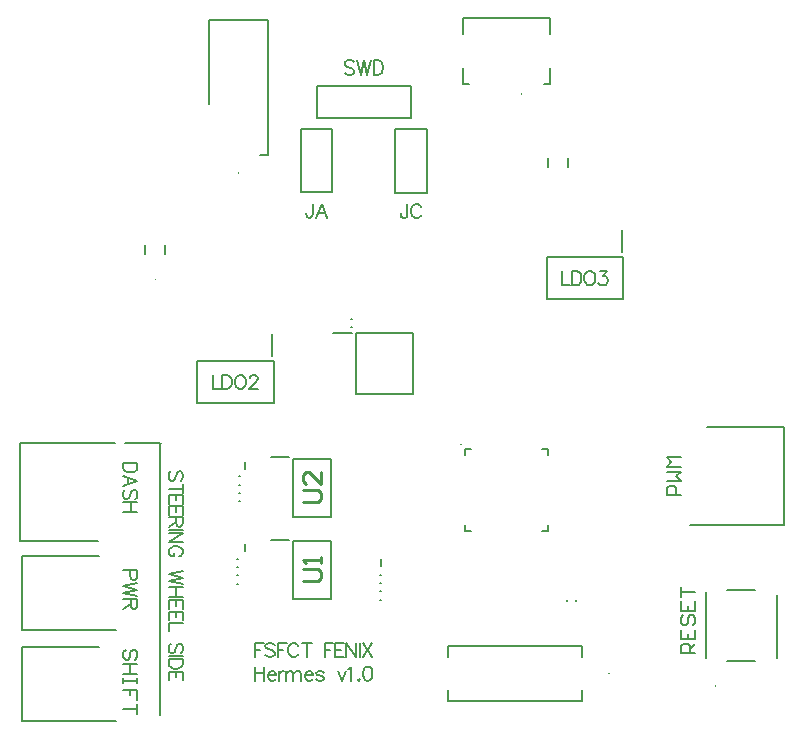
<source format=gbr>
G04*
G04 #@! TF.GenerationSoftware,Altium Limited,Altium Designer,23.8.1 (32)*
G04*
G04 Layer_Color=65535*
%FSLAX44Y44*%
%MOMM*%
G71*
G04*
G04 #@! TF.SameCoordinates,B1DDD4D6-6927-4A11-B6FF-346F9E1F7E25*
G04*
G04*
G04 #@! TF.FilePolarity,Positive*
G04*
G01*
G75*
%ADD10C,0.1000*%
%ADD11C,0.2000*%
%ADD12C,0.0500*%
%ADD13C,0.2540*%
D10*
X426100Y586180D02*
G03*
X426100Y585180I0J-500D01*
G01*
D02*
G03*
X426100Y586180I0J500D01*
G01*
X374350Y288760D02*
G03*
X375350Y288760I500J0D01*
G01*
D02*
G03*
X374350Y288760I-500J0D01*
G01*
X590140Y84890D02*
G03*
X590140Y83890I0J-500D01*
G01*
D02*
G03*
X590140Y84890I0J500D01*
G01*
X186450Y518220D02*
G03*
X186450Y519220I0J500D01*
G01*
D02*
G03*
X186450Y518220I0J-500D01*
G01*
X499560Y95110D02*
G03*
X500560Y95110I500J0D01*
G01*
D02*
G03*
X499560Y95110I-500J0D01*
G01*
X116080Y429320D02*
G03*
X116080Y428320I0J-500D01*
G01*
D02*
G03*
X116080Y429320I0J500D01*
G01*
X456820Y502800D02*
G03*
X456820Y501800I0J-500D01*
G01*
D02*
G03*
X456820Y502800I0J500D01*
G01*
D11*
X3080Y117790D02*
X68580D01*
X3080Y54790D02*
Y117790D01*
Y54790D02*
X83080D01*
X3080Y131940D02*
X83080D01*
X3080D02*
Y194940D01*
X68580D01*
X450350Y636180D02*
Y649930D01*
X376350D02*
X450350D01*
X376350Y636180D02*
Y649930D01*
X450350Y594430D02*
Y608180D01*
X445350Y594430D02*
X450350D01*
X376350D02*
X381350D01*
X376350D02*
Y608180D01*
X120000Y60000D02*
Y290000D01*
X90000D02*
X120000D01*
X378350Y215510D02*
X383350D01*
X378350D02*
Y220510D01*
X448350Y215510D02*
Y220510D01*
X443350Y215510D02*
X448350D01*
Y280510D02*
Y285510D01*
X443350D02*
X448350D01*
X378350Y280510D02*
Y285510D01*
X383350D01*
X213880Y208530D02*
X229150D01*
X232650Y158210D02*
Y207250D01*
Y158210D02*
X264610D01*
Y207250D01*
X232650D02*
X264610D01*
X213880Y278240D02*
X229150D01*
X232650Y227920D02*
Y276960D01*
Y227920D02*
X264610D01*
Y276960D01*
X232650D02*
X264610D01*
X266010Y502420D02*
Y556220D01*
X239110Y502420D02*
X266010D01*
X239110D02*
Y556220D01*
X266010D01*
X568430Y220670D02*
X648430D01*
Y303670D01*
X582930D02*
X648430D01*
X600140Y165890D02*
X624140D01*
X642140Y107890D02*
Y161890D01*
X600140Y105890D02*
X624140D01*
X582140Y107890D02*
Y163890D01*
X191760Y198780D02*
Y204780D01*
X204450Y534220D02*
X211450D01*
Y648220D01*
X161450D02*
X211450D01*
X161450Y577220D02*
Y648220D01*
X281850Y395410D02*
X282850D01*
X281850Y388410D02*
X282850D01*
X184990Y178210D02*
X185990D01*
X184990Y171210D02*
X185990D01*
X306550Y178780D02*
X307550D01*
X306550Y171780D02*
X307550D01*
X186600Y248060D02*
X187600D01*
X186600Y241060D02*
X187600D01*
X184990Y192210D02*
X185990D01*
X184990Y185210D02*
X185990D01*
X306550Y164780D02*
X307550D01*
X306550Y157780D02*
X307550D01*
X186600Y262060D02*
X187600D01*
X186600Y255060D02*
X187600D01*
X252960Y565870D02*
X332160D01*
X252960D02*
Y592770D01*
X332160D01*
Y565870D02*
Y592770D01*
X319050Y502170D02*
X345950D01*
Y555970D01*
X319050D02*
X345950D01*
X319050Y502170D02*
Y555970D01*
X286340Y383770D02*
X334340D01*
Y331470D02*
Y383770D01*
X286340Y331470D02*
X334340D01*
X286340D02*
Y383770D01*
X266840Y383420D02*
X282840D01*
X1810Y207190D02*
X67310D01*
X1810D02*
Y290190D01*
X81810D01*
X307050Y186080D02*
Y192080D01*
X191760Y268490D02*
Y274490D01*
X477560Y109110D02*
Y118610D01*
X363560D02*
X477560D01*
X363560Y109110D02*
Y118610D01*
Y71610D02*
Y81110D01*
Y71610D02*
X477560D01*
Y81110D01*
X465060Y156460D02*
Y157460D01*
X472060Y156460D02*
Y157460D01*
X510820Y451760D02*
Y470260D01*
X447320Y447510D02*
X512320D01*
X447320Y412510D02*
Y447510D01*
Y412510D02*
X512320D01*
Y447510D01*
X215080Y363770D02*
Y382270D01*
X151580Y359520D02*
X216580D01*
X151580Y324520D02*
Y359520D01*
Y324520D02*
X216580D01*
Y359520D01*
X124580Y450320D02*
Y458320D01*
X107580Y450320D02*
Y458320D01*
X465320Y523800D02*
Y531800D01*
X448320Y523800D02*
Y531800D01*
X137635Y258354D02*
X138777Y259497D01*
X139349Y261211D01*
Y263496D01*
X138777Y265210D01*
X137635Y266352D01*
X136492D01*
X135350Y265781D01*
X134778Y265210D01*
X134207Y264067D01*
X133064Y260639D01*
X132493Y259497D01*
X131922Y258925D01*
X130779Y258354D01*
X129065D01*
X127923Y259497D01*
X127351Y261211D01*
Y263496D01*
X127923Y265210D01*
X129065Y266352D01*
X139349Y251670D02*
X127351D01*
X139349Y255669D02*
Y247671D01*
Y238815D02*
Y246242D01*
X127351D01*
Y238815D01*
X133636Y246242D02*
Y241672D01*
X139349Y229389D02*
Y236816D01*
X127351D01*
Y229389D01*
X133636Y236816D02*
Y232245D01*
X139349Y227389D02*
X127351D01*
X139349D02*
Y222248D01*
X138777Y220534D01*
X138206Y219962D01*
X137064Y219391D01*
X135921D01*
X134778Y219962D01*
X134207Y220534D01*
X133636Y222248D01*
Y227389D01*
Y223390D02*
X127351Y219391D01*
X139349Y216706D02*
X127351D01*
X139349Y214192D02*
X127351D01*
X139349D02*
X127351Y206194D01*
X139349D02*
X127351D01*
X136492Y194311D02*
X137635Y194882D01*
X138777Y196025D01*
X139349Y197167D01*
Y199452D01*
X138777Y200595D01*
X137635Y201738D01*
X136492Y202309D01*
X134778Y202880D01*
X131922D01*
X130208Y202309D01*
X129065Y201738D01*
X127923Y200595D01*
X127351Y199452D01*
Y197167D01*
X127923Y196025D01*
X129065Y194882D01*
X130208Y194311D01*
X131922D01*
Y197167D02*
Y194311D01*
X139349Y182142D02*
X127351Y179285D01*
X139349Y176429D02*
X127351Y179285D01*
X139349Y176429D02*
X127351Y173572D01*
X139349Y170716D02*
X127351Y173572D01*
X139349Y168316D02*
X127351D01*
X139349Y160318D02*
X127351D01*
X133636Y168316D02*
Y160318D01*
X139349Y149578D02*
Y157004D01*
X127351D01*
Y149578D01*
X133636Y157004D02*
Y152434D01*
X139349Y140151D02*
Y147578D01*
X127351D01*
Y140151D01*
X133636Y147578D02*
Y143007D01*
X139349Y138151D02*
X127351D01*
Y131296D01*
X137635Y112557D02*
X138777Y113699D01*
X139349Y115413D01*
Y117699D01*
X138777Y119412D01*
X137635Y120555D01*
X136492D01*
X135350Y119984D01*
X134778Y119412D01*
X134207Y118270D01*
X133064Y114842D01*
X132493Y113699D01*
X131922Y113128D01*
X130779Y112557D01*
X129065D01*
X127923Y113699D01*
X127351Y115413D01*
Y117699D01*
X127923Y119412D01*
X129065Y120555D01*
X139349Y109872D02*
X127351D01*
X139349Y107358D02*
X127351D01*
X139349D02*
Y103359D01*
X138777Y101645D01*
X137635Y100502D01*
X136492Y99931D01*
X134778Y99360D01*
X131922D01*
X130208Y99931D01*
X129065Y100502D01*
X127923Y101645D01*
X127351Y103359D01*
Y107358D01*
X139349Y89248D02*
Y96674D01*
X127351D01*
Y89248D01*
X133636Y96674D02*
Y92104D01*
X200439Y120999D02*
Y109001D01*
Y120999D02*
X207866D01*
X200439Y115286D02*
X205010D01*
X217236Y119285D02*
X216093Y120427D01*
X214379Y120999D01*
X212094D01*
X210380Y120427D01*
X209237Y119285D01*
Y118142D01*
X209809Y117000D01*
X210380Y116428D01*
X211523Y115857D01*
X214950Y114714D01*
X216093Y114143D01*
X216664Y113572D01*
X217236Y112429D01*
Y110715D01*
X216093Y109573D01*
X214379Y109001D01*
X212094D01*
X210380Y109573D01*
X209237Y110715D01*
X219921Y120999D02*
Y109001D01*
Y120999D02*
X227348D01*
X219921Y115286D02*
X224491D01*
X237288Y118142D02*
X236717Y119285D01*
X235574Y120427D01*
X234432Y120999D01*
X232147D01*
X231004Y120427D01*
X229862Y119285D01*
X229290Y118142D01*
X228719Y116428D01*
Y113572D01*
X229290Y111858D01*
X229862Y110715D01*
X231004Y109573D01*
X232147Y109001D01*
X234432D01*
X235574Y109573D01*
X236717Y110715D01*
X237288Y111858D01*
X244658Y120999D02*
Y109001D01*
X240659Y120999D02*
X248657D01*
X259512D02*
Y109001D01*
Y120999D02*
X266939D01*
X259512Y115286D02*
X264083D01*
X275737Y120999D02*
X268310D01*
Y109001D01*
X275737D01*
X268310Y115286D02*
X272881D01*
X277737Y120999D02*
Y109001D01*
Y120999D02*
X285735Y109001D01*
Y120999D02*
Y109001D01*
X289049Y120999D02*
Y109001D01*
X291563Y120999D02*
X299561Y109001D01*
Y120999D02*
X291563Y109001D01*
X200125Y100999D02*
Y89001D01*
X208123Y100999D02*
Y89001D01*
X200125Y95286D02*
X208123D01*
X211437Y93572D02*
X218293D01*
Y94714D01*
X217721Y95857D01*
X217150Y96428D01*
X216007Y97000D01*
X214293D01*
X213151Y96428D01*
X212008Y95286D01*
X211437Y93572D01*
Y92429D01*
X212008Y90715D01*
X213151Y89573D01*
X214293Y89001D01*
X216007D01*
X217150Y89573D01*
X218293Y90715D01*
X220863Y97000D02*
Y89001D01*
Y93572D02*
X221435Y95286D01*
X222577Y96428D01*
X223720Y97000D01*
X225434D01*
X226519D02*
Y89001D01*
Y94714D02*
X228233Y96428D01*
X229376Y97000D01*
X231090D01*
X232232Y96428D01*
X232804Y94714D01*
Y89001D01*
Y94714D02*
X234518Y96428D01*
X235660Y97000D01*
X237374D01*
X238517Y96428D01*
X239088Y94714D01*
Y89001D01*
X242859Y93572D02*
X249714D01*
Y94714D01*
X249143Y95857D01*
X248572Y96428D01*
X247429Y97000D01*
X245715D01*
X244573Y96428D01*
X243430Y95286D01*
X242859Y93572D01*
Y92429D01*
X243430Y90715D01*
X244573Y89573D01*
X245715Y89001D01*
X247429D01*
X248572Y89573D01*
X249714Y90715D01*
X258570Y95286D02*
X257998Y96428D01*
X256284Y97000D01*
X254570D01*
X252857Y96428D01*
X252285Y95286D01*
X252857Y94143D01*
X253999Y93572D01*
X256856Y93000D01*
X257998Y92429D01*
X258570Y91286D01*
Y90715D01*
X257998Y89573D01*
X256284Y89001D01*
X254570D01*
X252857Y89573D01*
X252285Y90715D01*
X270510Y97000D02*
X273938Y89001D01*
X277366Y97000D02*
X273938Y89001D01*
X279308Y98714D02*
X280451Y99285D01*
X282165Y100999D01*
Y89001D01*
X288678Y90144D02*
X288106Y89573D01*
X288678Y89001D01*
X289249Y89573D01*
X288678Y90144D01*
X295305Y100999D02*
X293591Y100427D01*
X292448Y98714D01*
X291877Y95857D01*
Y94143D01*
X292448Y91286D01*
X293591Y89573D01*
X295305Y89001D01*
X296447D01*
X298161Y89573D01*
X299304Y91286D01*
X299875Y94143D01*
Y95857D01*
X299304Y98714D01*
X298161Y100427D01*
X296447Y100999D01*
X295305D01*
X560998Y246114D02*
X549002D01*
Y252112D01*
X551001Y254111D01*
X555000D01*
X556999Y252112D01*
Y246114D01*
X549002Y258110D02*
X560998D01*
X556999Y262109D01*
X560998Y266108D01*
X549002D01*
X560998Y270106D02*
X549002D01*
X553001Y274105D01*
X549002Y278104D01*
X560998D01*
X94714Y182624D02*
Y177482D01*
X95286Y175768D01*
X95857Y175197D01*
X97000Y174625D01*
X98714D01*
X99856Y175197D01*
X100427Y175768D01*
X100999Y177482D01*
Y182624D01*
X89001D01*
X100999Y171940D02*
X89001Y169084D01*
X100999Y166227D02*
X89001Y169084D01*
X100999Y166227D02*
X89001Y163371D01*
X100999Y160514D02*
X89001Y163371D01*
X100999Y158115D02*
X89001D01*
X100999D02*
Y152973D01*
X100427Y151259D01*
X99856Y150688D01*
X98714Y150116D01*
X97571D01*
X96428Y150688D01*
X95857Y151259D01*
X95286Y152973D01*
Y158115D01*
Y154115D02*
X89001Y150116D01*
X98999Y106944D02*
X100998Y108943D01*
Y112942D01*
X98999Y114941D01*
X96999D01*
X95000Y112942D01*
Y108943D01*
X93001Y106944D01*
X91001D01*
X89002Y108943D01*
Y112942D01*
X91001Y114941D01*
X100998Y102945D02*
X89002D01*
X95000D01*
Y94948D01*
X100998D01*
X89002D01*
X100998Y90949D02*
Y86950D01*
Y88950D01*
X89002D01*
Y90949D01*
Y86950D01*
X100998Y72955D02*
Y80952D01*
X95000D01*
Y76954D01*
Y80952D01*
X89002D01*
X100998Y68956D02*
Y60959D01*
Y64957D01*
X89002D01*
X284364Y612505D02*
X283222Y613648D01*
X281508Y614219D01*
X279223D01*
X277509Y613648D01*
X276366Y612505D01*
Y611363D01*
X276937Y610220D01*
X277509Y609649D01*
X278651Y609078D01*
X282079Y607935D01*
X283222Y607364D01*
X283793Y606792D01*
X284364Y605650D01*
Y603936D01*
X283222Y602793D01*
X281508Y602222D01*
X279223D01*
X277509Y602793D01*
X276366Y603936D01*
X287050Y614219D02*
X289906Y602222D01*
X292763Y614219D02*
X289906Y602222D01*
X292763Y614219D02*
X295619Y602222D01*
X298476Y614219D02*
X295619Y602222D01*
X300875Y614219D02*
Y602222D01*
Y614219D02*
X304874D01*
X306588Y613648D01*
X307731Y612505D01*
X308302Y611363D01*
X308873Y609649D01*
Y606792D01*
X308302Y605079D01*
X307731Y603936D01*
X306588Y602793D01*
X304874Y602222D01*
X300875D01*
X100999Y273383D02*
X89001D01*
X100999D02*
Y269384D01*
X100427Y267670D01*
X99285Y266527D01*
X98142Y265956D01*
X96428Y265384D01*
X93572D01*
X91858Y265956D01*
X90715Y266527D01*
X89573Y267670D01*
X89001Y269384D01*
Y273383D01*
Y253558D02*
X100999Y258129D01*
X89001Y262699D01*
X93000Y260985D02*
Y255272D01*
X99285Y242761D02*
X100427Y243903D01*
X100999Y245617D01*
Y247902D01*
X100427Y249616D01*
X99285Y250759D01*
X98142D01*
X97000Y250188D01*
X96428Y249616D01*
X95857Y248474D01*
X94714Y245046D01*
X94143Y243903D01*
X93572Y243332D01*
X92429Y242761D01*
X90715D01*
X89573Y243903D01*
X89001Y245617D01*
Y247902D01*
X89573Y249616D01*
X90715Y250759D01*
X100999Y240075D02*
X89001D01*
X100999Y232077D02*
X89001D01*
X95286Y240075D02*
Y232077D01*
X573028Y112279D02*
X561032D01*
Y118277D01*
X563031Y120276D01*
X567030D01*
X569029Y118277D01*
Y112279D01*
Y116278D02*
X573028Y120276D01*
X561032Y132273D02*
Y124275D01*
X573028D01*
Y132273D01*
X567030Y124275D02*
Y128274D01*
X563031Y144269D02*
X561032Y142269D01*
Y138271D01*
X563031Y136271D01*
X565031D01*
X567030Y138271D01*
Y142269D01*
X569029Y144269D01*
X571029D01*
X573028Y142269D01*
Y138271D01*
X571029Y136271D01*
X561032Y156265D02*
Y148267D01*
X573028D01*
Y156265D01*
X567030Y148267D02*
Y152266D01*
X561032Y160264D02*
Y168261D01*
Y164262D01*
X573028D01*
X164606Y348027D02*
Y336030D01*
X171462D01*
X172776Y348027D02*
Y336030D01*
Y348027D02*
X176775D01*
X178489Y347456D01*
X179632Y346314D01*
X180203Y345171D01*
X180774Y343457D01*
Y340600D01*
X180203Y338886D01*
X179632Y337744D01*
X178489Y336601D01*
X176775Y336030D01*
X172776D01*
X186887Y348027D02*
X185744Y347456D01*
X184602Y346314D01*
X184030Y345171D01*
X183459Y343457D01*
Y340600D01*
X184030Y338886D01*
X184602Y337744D01*
X185744Y336601D01*
X186887Y336030D01*
X189172D01*
X190315Y336601D01*
X191458Y337744D01*
X192029Y338886D01*
X192600Y340600D01*
Y343457D01*
X192029Y345171D01*
X191458Y346314D01*
X190315Y347456D01*
X189172Y348027D01*
X186887D01*
X195971Y345171D02*
Y345742D01*
X196542Y346885D01*
X197113Y347456D01*
X198256Y348027D01*
X200541D01*
X201684Y347456D01*
X202255Y346885D01*
X202826Y345742D01*
Y344599D01*
X202255Y343457D01*
X201113Y341743D01*
X195399Y336030D01*
X203398D01*
X460516Y435911D02*
Y423914D01*
X467372D01*
X468686Y435911D02*
Y423914D01*
Y435911D02*
X472685D01*
X474399Y435340D01*
X475541Y434198D01*
X476113Y433055D01*
X476684Y431341D01*
Y428484D01*
X476113Y426771D01*
X475541Y425628D01*
X474399Y424485D01*
X472685Y423914D01*
X468686D01*
X482797Y435911D02*
X481654Y435340D01*
X480512Y434198D01*
X479940Y433055D01*
X479369Y431341D01*
Y428484D01*
X479940Y426771D01*
X480512Y425628D01*
X481654Y424485D01*
X482797Y423914D01*
X485082D01*
X486225Y424485D01*
X487368Y425628D01*
X487939Y426771D01*
X488510Y428484D01*
Y431341D01*
X487939Y433055D01*
X487368Y434198D01*
X486225Y435340D01*
X485082Y435911D01*
X482797D01*
X492452D02*
X498736D01*
X495309Y431341D01*
X497023D01*
X498165Y430770D01*
X498736Y430198D01*
X499308Y428484D01*
Y427342D01*
X498736Y425628D01*
X497594Y424485D01*
X495880Y423914D01*
X494166D01*
X492452Y424485D01*
X491881Y425057D01*
X491310Y426199D01*
X329577Y492807D02*
Y483666D01*
X329006Y481953D01*
X328435Y481381D01*
X327292Y480810D01*
X326149D01*
X325007Y481381D01*
X324435Y481953D01*
X323864Y483666D01*
Y484809D01*
X341232Y489951D02*
X340661Y491093D01*
X339518Y492236D01*
X338375Y492807D01*
X336090D01*
X334948Y492236D01*
X333805Y491093D01*
X333233Y489951D01*
X332662Y488237D01*
Y485380D01*
X333233Y483666D01*
X333805Y482524D01*
X334948Y481381D01*
X336090Y480810D01*
X338375D01*
X339518Y481381D01*
X340661Y482524D01*
X341232Y483666D01*
X249313Y493061D02*
Y483921D01*
X248742Y482207D01*
X248171Y481635D01*
X247028Y481064D01*
X245885D01*
X244743Y481635D01*
X244171Y482207D01*
X243600Y483921D01*
Y485063D01*
X261539Y481064D02*
X256969Y493061D01*
X252398Y481064D01*
X254112Y485063D02*
X259825D01*
D12*
X120000Y290000D02*
X120650D01*
D13*
X241059Y240274D02*
X253754D01*
X256294Y242813D01*
Y247891D01*
X253754Y250430D01*
X241059D01*
X256294Y265665D02*
Y255509D01*
X246137Y265665D01*
X243598D01*
X241059Y263126D01*
Y258048D01*
X243598Y255509D01*
X241059Y173217D02*
X253755D01*
X256294Y175756D01*
Y180834D01*
X253755Y183374D01*
X241059D01*
X256294Y188452D02*
Y193530D01*
Y190991D01*
X241059D01*
X243598Y188452D01*
M02*

</source>
